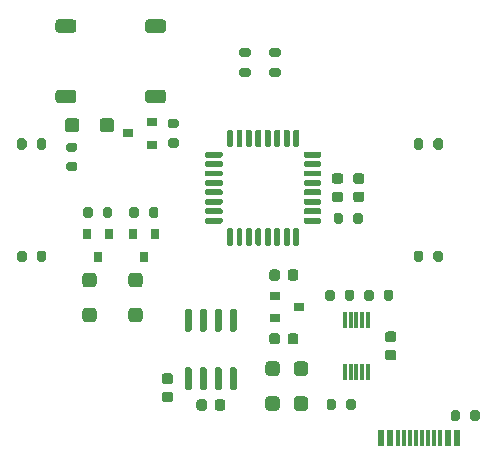
<source format=gbr>
%TF.GenerationSoftware,KiCad,Pcbnew,5.1.10*%
%TF.CreationDate,2021-05-04T11:05:08+02:00*%
%TF.ProjectId,Mainboard,4d61696e-626f-4617-9264-2e6b69636164,rev?*%
%TF.SameCoordinates,Original*%
%TF.FileFunction,Paste,Bot*%
%TF.FilePolarity,Positive*%
%FSLAX46Y46*%
G04 Gerber Fmt 4.6, Leading zero omitted, Abs format (unit mm)*
G04 Created by KiCad (PCBNEW 5.1.10) date 2021-05-04 11:05:08*
%MOMM*%
%LPD*%
G01*
G04 APERTURE LIST*
%ADD10R,0.300000X1.400000*%
%ADD11R,0.900000X0.800000*%
%ADD12R,0.800000X0.900000*%
%ADD13R,0.600000X1.450000*%
%ADD14R,0.300000X1.450000*%
G04 APERTURE END LIST*
%TO.C,U4*%
G36*
G01*
X435000Y-5600000D02*
X135000Y-5600000D01*
G75*
G02*
X-15000Y-5450000I0J150000D01*
G01*
X-15000Y-3800000D01*
G75*
G02*
X135000Y-3650000I150000J0D01*
G01*
X435000Y-3650000D01*
G75*
G02*
X585000Y-3800000I0J-150000D01*
G01*
X585000Y-5450000D01*
G75*
G02*
X435000Y-5600000I-150000J0D01*
G01*
G37*
G36*
G01*
X-835000Y-5600000D02*
X-1135000Y-5600000D01*
G75*
G02*
X-1285000Y-5450000I0J150000D01*
G01*
X-1285000Y-3800000D01*
G75*
G02*
X-1135000Y-3650000I150000J0D01*
G01*
X-835000Y-3650000D01*
G75*
G02*
X-685000Y-3800000I0J-150000D01*
G01*
X-685000Y-5450000D01*
G75*
G02*
X-835000Y-5600000I-150000J0D01*
G01*
G37*
G36*
G01*
X-2105000Y-5600000D02*
X-2405000Y-5600000D01*
G75*
G02*
X-2555000Y-5450000I0J150000D01*
G01*
X-2555000Y-3800000D01*
G75*
G02*
X-2405000Y-3650000I150000J0D01*
G01*
X-2105000Y-3650000D01*
G75*
G02*
X-1955000Y-3800000I0J-150000D01*
G01*
X-1955000Y-5450000D01*
G75*
G02*
X-2105000Y-5600000I-150000J0D01*
G01*
G37*
G36*
G01*
X-3375000Y-5600000D02*
X-3675000Y-5600000D01*
G75*
G02*
X-3825000Y-5450000I0J150000D01*
G01*
X-3825000Y-3800000D01*
G75*
G02*
X-3675000Y-3650000I150000J0D01*
G01*
X-3375000Y-3650000D01*
G75*
G02*
X-3225000Y-3800000I0J-150000D01*
G01*
X-3225000Y-5450000D01*
G75*
G02*
X-3375000Y-5600000I-150000J0D01*
G01*
G37*
G36*
G01*
X-3375000Y-10550000D02*
X-3675000Y-10550000D01*
G75*
G02*
X-3825000Y-10400000I0J150000D01*
G01*
X-3825000Y-8750000D01*
G75*
G02*
X-3675000Y-8600000I150000J0D01*
G01*
X-3375000Y-8600000D01*
G75*
G02*
X-3225000Y-8750000I0J-150000D01*
G01*
X-3225000Y-10400000D01*
G75*
G02*
X-3375000Y-10550000I-150000J0D01*
G01*
G37*
G36*
G01*
X-2105000Y-10550000D02*
X-2405000Y-10550000D01*
G75*
G02*
X-2555000Y-10400000I0J150000D01*
G01*
X-2555000Y-8750000D01*
G75*
G02*
X-2405000Y-8600000I150000J0D01*
G01*
X-2105000Y-8600000D01*
G75*
G02*
X-1955000Y-8750000I0J-150000D01*
G01*
X-1955000Y-10400000D01*
G75*
G02*
X-2105000Y-10550000I-150000J0D01*
G01*
G37*
G36*
G01*
X-835000Y-10550000D02*
X-1135000Y-10550000D01*
G75*
G02*
X-1285000Y-10400000I0J150000D01*
G01*
X-1285000Y-8750000D01*
G75*
G02*
X-1135000Y-8600000I150000J0D01*
G01*
X-835000Y-8600000D01*
G75*
G02*
X-685000Y-8750000I0J-150000D01*
G01*
X-685000Y-10400000D01*
G75*
G02*
X-835000Y-10550000I-150000J0D01*
G01*
G37*
G36*
G01*
X435000Y-10550000D02*
X135000Y-10550000D01*
G75*
G02*
X-15000Y-10400000I0J150000D01*
G01*
X-15000Y-8750000D01*
G75*
G02*
X135000Y-8600000I150000J0D01*
G01*
X435000Y-8600000D01*
G75*
G02*
X585000Y-8750000I0J-150000D01*
G01*
X585000Y-10400000D01*
G75*
G02*
X435000Y-10550000I-150000J0D01*
G01*
G37*
%TD*%
%TO.C,U3*%
G36*
G01*
X5850000Y11400000D02*
X5850000Y10150000D01*
G75*
G02*
X5725000Y10025000I-125000J0D01*
G01*
X5475000Y10025000D01*
G75*
G02*
X5350000Y10150000I0J125000D01*
G01*
X5350000Y11400000D01*
G75*
G02*
X5475000Y11525000I125000J0D01*
G01*
X5725000Y11525000D01*
G75*
G02*
X5850000Y11400000I0J-125000D01*
G01*
G37*
G36*
G01*
X5050000Y11400000D02*
X5050000Y10150000D01*
G75*
G02*
X4925000Y10025000I-125000J0D01*
G01*
X4675000Y10025000D01*
G75*
G02*
X4550000Y10150000I0J125000D01*
G01*
X4550000Y11400000D01*
G75*
G02*
X4675000Y11525000I125000J0D01*
G01*
X4925000Y11525000D01*
G75*
G02*
X5050000Y11400000I0J-125000D01*
G01*
G37*
G36*
G01*
X4250000Y11400000D02*
X4250000Y10150000D01*
G75*
G02*
X4125000Y10025000I-125000J0D01*
G01*
X3875000Y10025000D01*
G75*
G02*
X3750000Y10150000I0J125000D01*
G01*
X3750000Y11400000D01*
G75*
G02*
X3875000Y11525000I125000J0D01*
G01*
X4125000Y11525000D01*
G75*
G02*
X4250000Y11400000I0J-125000D01*
G01*
G37*
G36*
G01*
X3450000Y11400000D02*
X3450000Y10150000D01*
G75*
G02*
X3325000Y10025000I-125000J0D01*
G01*
X3075000Y10025000D01*
G75*
G02*
X2950000Y10150000I0J125000D01*
G01*
X2950000Y11400000D01*
G75*
G02*
X3075000Y11525000I125000J0D01*
G01*
X3325000Y11525000D01*
G75*
G02*
X3450000Y11400000I0J-125000D01*
G01*
G37*
G36*
G01*
X2650000Y11400000D02*
X2650000Y10150000D01*
G75*
G02*
X2525000Y10025000I-125000J0D01*
G01*
X2275000Y10025000D01*
G75*
G02*
X2150000Y10150000I0J125000D01*
G01*
X2150000Y11400000D01*
G75*
G02*
X2275000Y11525000I125000J0D01*
G01*
X2525000Y11525000D01*
G75*
G02*
X2650000Y11400000I0J-125000D01*
G01*
G37*
G36*
G01*
X1850000Y11400000D02*
X1850000Y10150000D01*
G75*
G02*
X1725000Y10025000I-125000J0D01*
G01*
X1475000Y10025000D01*
G75*
G02*
X1350000Y10150000I0J125000D01*
G01*
X1350000Y11400000D01*
G75*
G02*
X1475000Y11525000I125000J0D01*
G01*
X1725000Y11525000D01*
G75*
G02*
X1850000Y11400000I0J-125000D01*
G01*
G37*
G36*
G01*
X1050000Y11400000D02*
X1050000Y10150000D01*
G75*
G02*
X925000Y10025000I-125000J0D01*
G01*
X675000Y10025000D01*
G75*
G02*
X550000Y10150000I0J125000D01*
G01*
X550000Y11400000D01*
G75*
G02*
X675000Y11525000I125000J0D01*
G01*
X925000Y11525000D01*
G75*
G02*
X1050000Y11400000I0J-125000D01*
G01*
G37*
G36*
G01*
X250000Y11400000D02*
X250000Y10150000D01*
G75*
G02*
X125000Y10025000I-125000J0D01*
G01*
X-125000Y10025000D01*
G75*
G02*
X-250000Y10150000I0J125000D01*
G01*
X-250000Y11400000D01*
G75*
G02*
X-125000Y11525000I125000J0D01*
G01*
X125000Y11525000D01*
G75*
G02*
X250000Y11400000I0J-125000D01*
G01*
G37*
G36*
G01*
X-625000Y9525000D02*
X-625000Y9275000D01*
G75*
G02*
X-750000Y9150000I-125000J0D01*
G01*
X-2000000Y9150000D01*
G75*
G02*
X-2125000Y9275000I0J125000D01*
G01*
X-2125000Y9525000D01*
G75*
G02*
X-2000000Y9650000I125000J0D01*
G01*
X-750000Y9650000D01*
G75*
G02*
X-625000Y9525000I0J-125000D01*
G01*
G37*
G36*
G01*
X-625000Y8725000D02*
X-625000Y8475000D01*
G75*
G02*
X-750000Y8350000I-125000J0D01*
G01*
X-2000000Y8350000D01*
G75*
G02*
X-2125000Y8475000I0J125000D01*
G01*
X-2125000Y8725000D01*
G75*
G02*
X-2000000Y8850000I125000J0D01*
G01*
X-750000Y8850000D01*
G75*
G02*
X-625000Y8725000I0J-125000D01*
G01*
G37*
G36*
G01*
X-625000Y7925000D02*
X-625000Y7675000D01*
G75*
G02*
X-750000Y7550000I-125000J0D01*
G01*
X-2000000Y7550000D01*
G75*
G02*
X-2125000Y7675000I0J125000D01*
G01*
X-2125000Y7925000D01*
G75*
G02*
X-2000000Y8050000I125000J0D01*
G01*
X-750000Y8050000D01*
G75*
G02*
X-625000Y7925000I0J-125000D01*
G01*
G37*
G36*
G01*
X-625000Y7125000D02*
X-625000Y6875000D01*
G75*
G02*
X-750000Y6750000I-125000J0D01*
G01*
X-2000000Y6750000D01*
G75*
G02*
X-2125000Y6875000I0J125000D01*
G01*
X-2125000Y7125000D01*
G75*
G02*
X-2000000Y7250000I125000J0D01*
G01*
X-750000Y7250000D01*
G75*
G02*
X-625000Y7125000I0J-125000D01*
G01*
G37*
G36*
G01*
X-625000Y6325000D02*
X-625000Y6075000D01*
G75*
G02*
X-750000Y5950000I-125000J0D01*
G01*
X-2000000Y5950000D01*
G75*
G02*
X-2125000Y6075000I0J125000D01*
G01*
X-2125000Y6325000D01*
G75*
G02*
X-2000000Y6450000I125000J0D01*
G01*
X-750000Y6450000D01*
G75*
G02*
X-625000Y6325000I0J-125000D01*
G01*
G37*
G36*
G01*
X-625000Y5525000D02*
X-625000Y5275000D01*
G75*
G02*
X-750000Y5150000I-125000J0D01*
G01*
X-2000000Y5150000D01*
G75*
G02*
X-2125000Y5275000I0J125000D01*
G01*
X-2125000Y5525000D01*
G75*
G02*
X-2000000Y5650000I125000J0D01*
G01*
X-750000Y5650000D01*
G75*
G02*
X-625000Y5525000I0J-125000D01*
G01*
G37*
G36*
G01*
X-625000Y4725000D02*
X-625000Y4475000D01*
G75*
G02*
X-750000Y4350000I-125000J0D01*
G01*
X-2000000Y4350000D01*
G75*
G02*
X-2125000Y4475000I0J125000D01*
G01*
X-2125000Y4725000D01*
G75*
G02*
X-2000000Y4850000I125000J0D01*
G01*
X-750000Y4850000D01*
G75*
G02*
X-625000Y4725000I0J-125000D01*
G01*
G37*
G36*
G01*
X-625000Y3925000D02*
X-625000Y3675000D01*
G75*
G02*
X-750000Y3550000I-125000J0D01*
G01*
X-2000000Y3550000D01*
G75*
G02*
X-2125000Y3675000I0J125000D01*
G01*
X-2125000Y3925000D01*
G75*
G02*
X-2000000Y4050000I125000J0D01*
G01*
X-750000Y4050000D01*
G75*
G02*
X-625000Y3925000I0J-125000D01*
G01*
G37*
G36*
G01*
X250000Y3050000D02*
X250000Y1800000D01*
G75*
G02*
X125000Y1675000I-125000J0D01*
G01*
X-125000Y1675000D01*
G75*
G02*
X-250000Y1800000I0J125000D01*
G01*
X-250000Y3050000D01*
G75*
G02*
X-125000Y3175000I125000J0D01*
G01*
X125000Y3175000D01*
G75*
G02*
X250000Y3050000I0J-125000D01*
G01*
G37*
G36*
G01*
X1050000Y3050000D02*
X1050000Y1800000D01*
G75*
G02*
X925000Y1675000I-125000J0D01*
G01*
X675000Y1675000D01*
G75*
G02*
X550000Y1800000I0J125000D01*
G01*
X550000Y3050000D01*
G75*
G02*
X675000Y3175000I125000J0D01*
G01*
X925000Y3175000D01*
G75*
G02*
X1050000Y3050000I0J-125000D01*
G01*
G37*
G36*
G01*
X1850000Y3050000D02*
X1850000Y1800000D01*
G75*
G02*
X1725000Y1675000I-125000J0D01*
G01*
X1475000Y1675000D01*
G75*
G02*
X1350000Y1800000I0J125000D01*
G01*
X1350000Y3050000D01*
G75*
G02*
X1475000Y3175000I125000J0D01*
G01*
X1725000Y3175000D01*
G75*
G02*
X1850000Y3050000I0J-125000D01*
G01*
G37*
G36*
G01*
X2650000Y3050000D02*
X2650000Y1800000D01*
G75*
G02*
X2525000Y1675000I-125000J0D01*
G01*
X2275000Y1675000D01*
G75*
G02*
X2150000Y1800000I0J125000D01*
G01*
X2150000Y3050000D01*
G75*
G02*
X2275000Y3175000I125000J0D01*
G01*
X2525000Y3175000D01*
G75*
G02*
X2650000Y3050000I0J-125000D01*
G01*
G37*
G36*
G01*
X3450000Y3050000D02*
X3450000Y1800000D01*
G75*
G02*
X3325000Y1675000I-125000J0D01*
G01*
X3075000Y1675000D01*
G75*
G02*
X2950000Y1800000I0J125000D01*
G01*
X2950000Y3050000D01*
G75*
G02*
X3075000Y3175000I125000J0D01*
G01*
X3325000Y3175000D01*
G75*
G02*
X3450000Y3050000I0J-125000D01*
G01*
G37*
G36*
G01*
X4250000Y3050000D02*
X4250000Y1800000D01*
G75*
G02*
X4125000Y1675000I-125000J0D01*
G01*
X3875000Y1675000D01*
G75*
G02*
X3750000Y1800000I0J125000D01*
G01*
X3750000Y3050000D01*
G75*
G02*
X3875000Y3175000I125000J0D01*
G01*
X4125000Y3175000D01*
G75*
G02*
X4250000Y3050000I0J-125000D01*
G01*
G37*
G36*
G01*
X5050000Y3050000D02*
X5050000Y1800000D01*
G75*
G02*
X4925000Y1675000I-125000J0D01*
G01*
X4675000Y1675000D01*
G75*
G02*
X4550000Y1800000I0J125000D01*
G01*
X4550000Y3050000D01*
G75*
G02*
X4675000Y3175000I125000J0D01*
G01*
X4925000Y3175000D01*
G75*
G02*
X5050000Y3050000I0J-125000D01*
G01*
G37*
G36*
G01*
X5850000Y3050000D02*
X5850000Y1800000D01*
G75*
G02*
X5725000Y1675000I-125000J0D01*
G01*
X5475000Y1675000D01*
G75*
G02*
X5350000Y1800000I0J125000D01*
G01*
X5350000Y3050000D01*
G75*
G02*
X5475000Y3175000I125000J0D01*
G01*
X5725000Y3175000D01*
G75*
G02*
X5850000Y3050000I0J-125000D01*
G01*
G37*
G36*
G01*
X7725000Y3925000D02*
X7725000Y3675000D01*
G75*
G02*
X7600000Y3550000I-125000J0D01*
G01*
X6350000Y3550000D01*
G75*
G02*
X6225000Y3675000I0J125000D01*
G01*
X6225000Y3925000D01*
G75*
G02*
X6350000Y4050000I125000J0D01*
G01*
X7600000Y4050000D01*
G75*
G02*
X7725000Y3925000I0J-125000D01*
G01*
G37*
G36*
G01*
X7725000Y4725000D02*
X7725000Y4475000D01*
G75*
G02*
X7600000Y4350000I-125000J0D01*
G01*
X6350000Y4350000D01*
G75*
G02*
X6225000Y4475000I0J125000D01*
G01*
X6225000Y4725000D01*
G75*
G02*
X6350000Y4850000I125000J0D01*
G01*
X7600000Y4850000D01*
G75*
G02*
X7725000Y4725000I0J-125000D01*
G01*
G37*
G36*
G01*
X7725000Y5525000D02*
X7725000Y5275000D01*
G75*
G02*
X7600000Y5150000I-125000J0D01*
G01*
X6350000Y5150000D01*
G75*
G02*
X6225000Y5275000I0J125000D01*
G01*
X6225000Y5525000D01*
G75*
G02*
X6350000Y5650000I125000J0D01*
G01*
X7600000Y5650000D01*
G75*
G02*
X7725000Y5525000I0J-125000D01*
G01*
G37*
G36*
G01*
X7725000Y6325000D02*
X7725000Y6075000D01*
G75*
G02*
X7600000Y5950000I-125000J0D01*
G01*
X6350000Y5950000D01*
G75*
G02*
X6225000Y6075000I0J125000D01*
G01*
X6225000Y6325000D01*
G75*
G02*
X6350000Y6450000I125000J0D01*
G01*
X7600000Y6450000D01*
G75*
G02*
X7725000Y6325000I0J-125000D01*
G01*
G37*
G36*
G01*
X7725000Y7125000D02*
X7725000Y6875000D01*
G75*
G02*
X7600000Y6750000I-125000J0D01*
G01*
X6350000Y6750000D01*
G75*
G02*
X6225000Y6875000I0J125000D01*
G01*
X6225000Y7125000D01*
G75*
G02*
X6350000Y7250000I125000J0D01*
G01*
X7600000Y7250000D01*
G75*
G02*
X7725000Y7125000I0J-125000D01*
G01*
G37*
G36*
G01*
X7725000Y7925000D02*
X7725000Y7675000D01*
G75*
G02*
X7600000Y7550000I-125000J0D01*
G01*
X6350000Y7550000D01*
G75*
G02*
X6225000Y7675000I0J125000D01*
G01*
X6225000Y7925000D01*
G75*
G02*
X6350000Y8050000I125000J0D01*
G01*
X7600000Y8050000D01*
G75*
G02*
X7725000Y7925000I0J-125000D01*
G01*
G37*
G36*
G01*
X7725000Y8725000D02*
X7725000Y8475000D01*
G75*
G02*
X7600000Y8350000I-125000J0D01*
G01*
X6350000Y8350000D01*
G75*
G02*
X6225000Y8475000I0J125000D01*
G01*
X6225000Y8725000D01*
G75*
G02*
X6350000Y8850000I125000J0D01*
G01*
X7600000Y8850000D01*
G75*
G02*
X7725000Y8725000I0J-125000D01*
G01*
G37*
G36*
G01*
X7725000Y9525000D02*
X7725000Y9275000D01*
G75*
G02*
X7600000Y9150000I-125000J0D01*
G01*
X6350000Y9150000D01*
G75*
G02*
X6225000Y9275000I0J125000D01*
G01*
X6225000Y9525000D01*
G75*
G02*
X6350000Y9650000I125000J0D01*
G01*
X7600000Y9650000D01*
G75*
G02*
X7725000Y9525000I0J-125000D01*
G01*
G37*
%TD*%
D10*
%TO.C,U2*%
X11700000Y-4600000D03*
X11200000Y-4600000D03*
X10700000Y-4600000D03*
X10200000Y-4600000D03*
X9700000Y-4600000D03*
X9700000Y-9000000D03*
X10200000Y-9000000D03*
X10700000Y-9000000D03*
X11200000Y-9000000D03*
X11700000Y-9000000D03*
%TD*%
D11*
%TO.C,U1*%
X5800000Y-3500000D03*
X3800000Y-2550000D03*
X3800000Y-4450000D03*
%TD*%
%TO.C,R15*%
G36*
G01*
X-13125000Y9625000D02*
X-13675000Y9625000D01*
G75*
G02*
X-13875000Y9825000I0J200000D01*
G01*
X-13875000Y10225000D01*
G75*
G02*
X-13675000Y10425000I200000J0D01*
G01*
X-13125000Y10425000D01*
G75*
G02*
X-12925000Y10225000I0J-200000D01*
G01*
X-12925000Y9825000D01*
G75*
G02*
X-13125000Y9625000I-200000J0D01*
G01*
G37*
G36*
G01*
X-13125000Y7975000D02*
X-13675000Y7975000D01*
G75*
G02*
X-13875000Y8175000I0J200000D01*
G01*
X-13875000Y8575000D01*
G75*
G02*
X-13675000Y8775000I200000J0D01*
G01*
X-13125000Y8775000D01*
G75*
G02*
X-12925000Y8575000I0J-200000D01*
G01*
X-12925000Y8175000D01*
G75*
G02*
X-13125000Y7975000I-200000J0D01*
G01*
G37*
%TD*%
%TO.C,R14*%
G36*
G01*
X-5075000Y10775000D02*
X-4525000Y10775000D01*
G75*
G02*
X-4325000Y10575000I0J-200000D01*
G01*
X-4325000Y10175000D01*
G75*
G02*
X-4525000Y9975000I-200000J0D01*
G01*
X-5075000Y9975000D01*
G75*
G02*
X-5275000Y10175000I0J200000D01*
G01*
X-5275000Y10575000D01*
G75*
G02*
X-5075000Y10775000I200000J0D01*
G01*
G37*
G36*
G01*
X-5075000Y12425000D02*
X-4525000Y12425000D01*
G75*
G02*
X-4325000Y12225000I0J-200000D01*
G01*
X-4325000Y11825000D01*
G75*
G02*
X-4525000Y11625000I-200000J0D01*
G01*
X-5075000Y11625000D01*
G75*
G02*
X-5275000Y11825000I0J200000D01*
G01*
X-5275000Y12225000D01*
G75*
G02*
X-5075000Y12425000I200000J0D01*
G01*
G37*
%TD*%
%TO.C,R13*%
G36*
G01*
X-10775000Y4225000D02*
X-10775000Y4775000D01*
G75*
G02*
X-10575000Y4975000I200000J0D01*
G01*
X-10175000Y4975000D01*
G75*
G02*
X-9975000Y4775000I0J-200000D01*
G01*
X-9975000Y4225000D01*
G75*
G02*
X-10175000Y4025000I-200000J0D01*
G01*
X-10575000Y4025000D01*
G75*
G02*
X-10775000Y4225000I0J200000D01*
G01*
G37*
G36*
G01*
X-12425000Y4225000D02*
X-12425000Y4775000D01*
G75*
G02*
X-12225000Y4975000I200000J0D01*
G01*
X-11825000Y4975000D01*
G75*
G02*
X-11625000Y4775000I0J-200000D01*
G01*
X-11625000Y4225000D01*
G75*
G02*
X-11825000Y4025000I-200000J0D01*
G01*
X-12225000Y4025000D01*
G75*
G02*
X-12425000Y4225000I0J200000D01*
G01*
G37*
%TD*%
%TO.C,R12*%
G36*
G01*
X-6875000Y4225000D02*
X-6875000Y4775000D01*
G75*
G02*
X-6675000Y4975000I200000J0D01*
G01*
X-6275000Y4975000D01*
G75*
G02*
X-6075000Y4775000I0J-200000D01*
G01*
X-6075000Y4225000D01*
G75*
G02*
X-6275000Y4025000I-200000J0D01*
G01*
X-6675000Y4025000D01*
G75*
G02*
X-6875000Y4225000I0J200000D01*
G01*
G37*
G36*
G01*
X-8525000Y4225000D02*
X-8525000Y4775000D01*
G75*
G02*
X-8325000Y4975000I200000J0D01*
G01*
X-7925000Y4975000D01*
G75*
G02*
X-7725000Y4775000I0J-200000D01*
G01*
X-7725000Y4225000D01*
G75*
G02*
X-7925000Y4025000I-200000J0D01*
G01*
X-8325000Y4025000D01*
G75*
G02*
X-8525000Y4225000I0J200000D01*
G01*
G37*
%TD*%
%TO.C,R11*%
G36*
G01*
X9725000Y-2775000D02*
X9725000Y-2225000D01*
G75*
G02*
X9925000Y-2025000I200000J0D01*
G01*
X10325000Y-2025000D01*
G75*
G02*
X10525000Y-2225000I0J-200000D01*
G01*
X10525000Y-2775000D01*
G75*
G02*
X10325000Y-2975000I-200000J0D01*
G01*
X9925000Y-2975000D01*
G75*
G02*
X9725000Y-2775000I0J200000D01*
G01*
G37*
G36*
G01*
X8075000Y-2775000D02*
X8075000Y-2225000D01*
G75*
G02*
X8275000Y-2025000I200000J0D01*
G01*
X8675000Y-2025000D01*
G75*
G02*
X8875000Y-2225000I0J-200000D01*
G01*
X8875000Y-2775000D01*
G75*
G02*
X8675000Y-2975000I-200000J0D01*
G01*
X8275000Y-2975000D01*
G75*
G02*
X8075000Y-2775000I0J200000D01*
G01*
G37*
%TD*%
%TO.C,R10*%
G36*
G01*
X12175000Y-2225000D02*
X12175000Y-2775000D01*
G75*
G02*
X11975000Y-2975000I-200000J0D01*
G01*
X11575000Y-2975000D01*
G75*
G02*
X11375000Y-2775000I0J200000D01*
G01*
X11375000Y-2225000D01*
G75*
G02*
X11575000Y-2025000I200000J0D01*
G01*
X11975000Y-2025000D01*
G75*
G02*
X12175000Y-2225000I0J-200000D01*
G01*
G37*
G36*
G01*
X13825000Y-2225000D02*
X13825000Y-2775000D01*
G75*
G02*
X13625000Y-2975000I-200000J0D01*
G01*
X13225000Y-2975000D01*
G75*
G02*
X13025000Y-2775000I0J200000D01*
G01*
X13025000Y-2225000D01*
G75*
G02*
X13225000Y-2025000I200000J0D01*
G01*
X13625000Y-2025000D01*
G75*
G02*
X13825000Y-2225000I0J-200000D01*
G01*
G37*
%TD*%
%TO.C,R9*%
G36*
G01*
X10425000Y3725000D02*
X10425000Y4275000D01*
G75*
G02*
X10625000Y4475000I200000J0D01*
G01*
X11025000Y4475000D01*
G75*
G02*
X11225000Y4275000I0J-200000D01*
G01*
X11225000Y3725000D01*
G75*
G02*
X11025000Y3525000I-200000J0D01*
G01*
X10625000Y3525000D01*
G75*
G02*
X10425000Y3725000I0J200000D01*
G01*
G37*
G36*
G01*
X8775000Y3725000D02*
X8775000Y4275000D01*
G75*
G02*
X8975000Y4475000I200000J0D01*
G01*
X9375000Y4475000D01*
G75*
G02*
X9575000Y4275000I0J-200000D01*
G01*
X9575000Y3725000D01*
G75*
G02*
X9375000Y3525000I-200000J0D01*
G01*
X8975000Y3525000D01*
G75*
G02*
X8775000Y3725000I0J200000D01*
G01*
G37*
%TD*%
%TO.C,R8*%
G36*
G01*
X17225000Y525000D02*
X17225000Y1075000D01*
G75*
G02*
X17425000Y1275000I200000J0D01*
G01*
X17825000Y1275000D01*
G75*
G02*
X18025000Y1075000I0J-200000D01*
G01*
X18025000Y525000D01*
G75*
G02*
X17825000Y325000I-200000J0D01*
G01*
X17425000Y325000D01*
G75*
G02*
X17225000Y525000I0J200000D01*
G01*
G37*
G36*
G01*
X15575000Y525000D02*
X15575000Y1075000D01*
G75*
G02*
X15775000Y1275000I200000J0D01*
G01*
X16175000Y1275000D01*
G75*
G02*
X16375000Y1075000I0J-200000D01*
G01*
X16375000Y525000D01*
G75*
G02*
X16175000Y325000I-200000J0D01*
G01*
X15775000Y325000D01*
G75*
G02*
X15575000Y525000I0J200000D01*
G01*
G37*
%TD*%
%TO.C,R7*%
G36*
G01*
X20325000Y-12975000D02*
X20325000Y-12425000D01*
G75*
G02*
X20525000Y-12225000I200000J0D01*
G01*
X20925000Y-12225000D01*
G75*
G02*
X21125000Y-12425000I0J-200000D01*
G01*
X21125000Y-12975000D01*
G75*
G02*
X20925000Y-13175000I-200000J0D01*
G01*
X20525000Y-13175000D01*
G75*
G02*
X20325000Y-12975000I0J200000D01*
G01*
G37*
G36*
G01*
X18675000Y-12975000D02*
X18675000Y-12425000D01*
G75*
G02*
X18875000Y-12225000I200000J0D01*
G01*
X19275000Y-12225000D01*
G75*
G02*
X19475000Y-12425000I0J-200000D01*
G01*
X19475000Y-12975000D01*
G75*
G02*
X19275000Y-13175000I-200000J0D01*
G01*
X18875000Y-13175000D01*
G75*
G02*
X18675000Y-12975000I0J200000D01*
G01*
G37*
%TD*%
%TO.C,R6*%
G36*
G01*
X3525000Y16775000D02*
X4075000Y16775000D01*
G75*
G02*
X4275000Y16575000I0J-200000D01*
G01*
X4275000Y16175000D01*
G75*
G02*
X4075000Y15975000I-200000J0D01*
G01*
X3525000Y15975000D01*
G75*
G02*
X3325000Y16175000I0J200000D01*
G01*
X3325000Y16575000D01*
G75*
G02*
X3525000Y16775000I200000J0D01*
G01*
G37*
G36*
G01*
X3525000Y18425000D02*
X4075000Y18425000D01*
G75*
G02*
X4275000Y18225000I0J-200000D01*
G01*
X4275000Y17825000D01*
G75*
G02*
X4075000Y17625000I-200000J0D01*
G01*
X3525000Y17625000D01*
G75*
G02*
X3325000Y17825000I0J200000D01*
G01*
X3325000Y18225000D01*
G75*
G02*
X3525000Y18425000I200000J0D01*
G01*
G37*
%TD*%
%TO.C,R5*%
G36*
G01*
X8975000Y-11475000D02*
X8975000Y-12025000D01*
G75*
G02*
X8775000Y-12225000I-200000J0D01*
G01*
X8375000Y-12225000D01*
G75*
G02*
X8175000Y-12025000I0J200000D01*
G01*
X8175000Y-11475000D01*
G75*
G02*
X8375000Y-11275000I200000J0D01*
G01*
X8775000Y-11275000D01*
G75*
G02*
X8975000Y-11475000I0J-200000D01*
G01*
G37*
G36*
G01*
X10625000Y-11475000D02*
X10625000Y-12025000D01*
G75*
G02*
X10425000Y-12225000I-200000J0D01*
G01*
X10025000Y-12225000D01*
G75*
G02*
X9825000Y-12025000I0J200000D01*
G01*
X9825000Y-11475000D01*
G75*
G02*
X10025000Y-11275000I200000J0D01*
G01*
X10425000Y-11275000D01*
G75*
G02*
X10625000Y-11475000I0J-200000D01*
G01*
G37*
%TD*%
%TO.C,R4*%
G36*
G01*
X17225000Y10025000D02*
X17225000Y10575000D01*
G75*
G02*
X17425000Y10775000I200000J0D01*
G01*
X17825000Y10775000D01*
G75*
G02*
X18025000Y10575000I0J-200000D01*
G01*
X18025000Y10025000D01*
G75*
G02*
X17825000Y9825000I-200000J0D01*
G01*
X17425000Y9825000D01*
G75*
G02*
X17225000Y10025000I0J200000D01*
G01*
G37*
G36*
G01*
X15575000Y10025000D02*
X15575000Y10575000D01*
G75*
G02*
X15775000Y10775000I200000J0D01*
G01*
X16175000Y10775000D01*
G75*
G02*
X16375000Y10575000I0J-200000D01*
G01*
X16375000Y10025000D01*
G75*
G02*
X16175000Y9825000I-200000J0D01*
G01*
X15775000Y9825000D01*
G75*
G02*
X15575000Y10025000I0J200000D01*
G01*
G37*
%TD*%
%TO.C,R3*%
G36*
G01*
X985000Y16775000D02*
X1535000Y16775000D01*
G75*
G02*
X1735000Y16575000I0J-200000D01*
G01*
X1735000Y16175000D01*
G75*
G02*
X1535000Y15975000I-200000J0D01*
G01*
X985000Y15975000D01*
G75*
G02*
X785000Y16175000I0J200000D01*
G01*
X785000Y16575000D01*
G75*
G02*
X985000Y16775000I200000J0D01*
G01*
G37*
G36*
G01*
X985000Y18425000D02*
X1535000Y18425000D01*
G75*
G02*
X1735000Y18225000I0J-200000D01*
G01*
X1735000Y17825000D01*
G75*
G02*
X1535000Y17625000I-200000J0D01*
G01*
X985000Y17625000D01*
G75*
G02*
X785000Y17825000I0J200000D01*
G01*
X785000Y18225000D01*
G75*
G02*
X985000Y18425000I200000J0D01*
G01*
G37*
%TD*%
%TO.C,R2*%
G36*
G01*
X-17225000Y1075000D02*
X-17225000Y525000D01*
G75*
G02*
X-17425000Y325000I-200000J0D01*
G01*
X-17825000Y325000D01*
G75*
G02*
X-18025000Y525000I0J200000D01*
G01*
X-18025000Y1075000D01*
G75*
G02*
X-17825000Y1275000I200000J0D01*
G01*
X-17425000Y1275000D01*
G75*
G02*
X-17225000Y1075000I0J-200000D01*
G01*
G37*
G36*
G01*
X-15575000Y1075000D02*
X-15575000Y525000D01*
G75*
G02*
X-15775000Y325000I-200000J0D01*
G01*
X-16175000Y325000D01*
G75*
G02*
X-16375000Y525000I0J200000D01*
G01*
X-16375000Y1075000D01*
G75*
G02*
X-16175000Y1275000I200000J0D01*
G01*
X-15775000Y1275000D01*
G75*
G02*
X-15575000Y1075000I0J-200000D01*
G01*
G37*
%TD*%
%TO.C,R1*%
G36*
G01*
X-17225000Y10575000D02*
X-17225000Y10025000D01*
G75*
G02*
X-17425000Y9825000I-200000J0D01*
G01*
X-17825000Y9825000D01*
G75*
G02*
X-18025000Y10025000I0J200000D01*
G01*
X-18025000Y10575000D01*
G75*
G02*
X-17825000Y10775000I200000J0D01*
G01*
X-17425000Y10775000D01*
G75*
G02*
X-17225000Y10575000I0J-200000D01*
G01*
G37*
G36*
G01*
X-15575000Y10575000D02*
X-15575000Y10025000D01*
G75*
G02*
X-15775000Y9825000I-200000J0D01*
G01*
X-16175000Y9825000D01*
G75*
G02*
X-16375000Y10025000I0J200000D01*
G01*
X-16375000Y10575000D01*
G75*
G02*
X-16175000Y10775000I200000J0D01*
G01*
X-15775000Y10775000D01*
G75*
G02*
X-15575000Y10575000I0J-200000D01*
G01*
G37*
%TD*%
%TO.C,Q3*%
X-8600000Y11200000D03*
X-6600000Y10250000D03*
X-6600000Y12150000D03*
%TD*%
D12*
%TO.C,Q2*%
X-11200000Y700000D03*
X-10250000Y2700000D03*
X-12150000Y2700000D03*
%TD*%
%TO.C,Q1*%
X-7300000Y700000D03*
X-6350000Y2700000D03*
X-8250000Y2700000D03*
%TD*%
D13*
%TO.C,J2*%
X12750000Y-14555000D03*
X13550000Y-14555000D03*
X18450000Y-14555000D03*
X19250000Y-14555000D03*
X19250000Y-14555000D03*
X18450000Y-14555000D03*
X13550000Y-14555000D03*
X12750000Y-14555000D03*
D14*
X17750000Y-14555000D03*
X17250000Y-14555000D03*
X16750000Y-14555000D03*
X15750000Y-14555000D03*
X15250000Y-14555000D03*
X14750000Y-14555000D03*
X14250000Y-14555000D03*
X16250000Y-14555000D03*
%TD*%
%TO.C,D5*%
G36*
G01*
X-14000000Y11595000D02*
X-14000000Y12205000D01*
G75*
G02*
X-13695000Y12510000I305000J0D01*
G01*
X-13055000Y12510000D01*
G75*
G02*
X-12750000Y12205000I0J-305000D01*
G01*
X-12750000Y11595000D01*
G75*
G02*
X-13055000Y11290000I-305000J0D01*
G01*
X-13695000Y11290000D01*
G75*
G02*
X-14000000Y11595000I0J305000D01*
G01*
G37*
G36*
G01*
X-11050000Y11595000D02*
X-11050000Y12205000D01*
G75*
G02*
X-10745000Y12510000I305000J0D01*
G01*
X-10105000Y12510000D01*
G75*
G02*
X-9800000Y12205000I0J-305000D01*
G01*
X-9800000Y11595000D01*
G75*
G02*
X-10105000Y11290000I-305000J0D01*
G01*
X-10745000Y11290000D01*
G75*
G02*
X-11050000Y11595000I0J305000D01*
G01*
G37*
%TD*%
%TO.C,D4*%
G36*
G01*
X-11595000Y-4800000D02*
X-12205000Y-4800000D01*
G75*
G02*
X-12510000Y-4495000I0J305000D01*
G01*
X-12510000Y-3855000D01*
G75*
G02*
X-12205000Y-3550000I305000J0D01*
G01*
X-11595000Y-3550000D01*
G75*
G02*
X-11290000Y-3855000I0J-305000D01*
G01*
X-11290000Y-4495000D01*
G75*
G02*
X-11595000Y-4800000I-305000J0D01*
G01*
G37*
G36*
G01*
X-11595000Y-1850000D02*
X-12205000Y-1850000D01*
G75*
G02*
X-12510000Y-1545000I0J305000D01*
G01*
X-12510000Y-905000D01*
G75*
G02*
X-12205000Y-600000I305000J0D01*
G01*
X-11595000Y-600000D01*
G75*
G02*
X-11290000Y-905000I0J-305000D01*
G01*
X-11290000Y-1545000D01*
G75*
G02*
X-11595000Y-1850000I-305000J0D01*
G01*
G37*
%TD*%
%TO.C,D3*%
G36*
G01*
X-7695000Y-4800000D02*
X-8305000Y-4800000D01*
G75*
G02*
X-8610000Y-4495000I0J305000D01*
G01*
X-8610000Y-3855000D01*
G75*
G02*
X-8305000Y-3550000I305000J0D01*
G01*
X-7695000Y-3550000D01*
G75*
G02*
X-7390000Y-3855000I0J-305000D01*
G01*
X-7390000Y-4495000D01*
G75*
G02*
X-7695000Y-4800000I-305000J0D01*
G01*
G37*
G36*
G01*
X-7695000Y-1850000D02*
X-8305000Y-1850000D01*
G75*
G02*
X-8610000Y-1545000I0J305000D01*
G01*
X-8610000Y-905000D01*
G75*
G02*
X-8305000Y-600000I305000J0D01*
G01*
X-7695000Y-600000D01*
G75*
G02*
X-7390000Y-905000I0J-305000D01*
G01*
X-7390000Y-1545000D01*
G75*
G02*
X-7695000Y-1850000I-305000J0D01*
G01*
G37*
%TD*%
%TO.C,D2*%
G36*
G01*
X3295000Y-8100000D02*
X3905000Y-8100000D01*
G75*
G02*
X4210000Y-8405000I0J-305000D01*
G01*
X4210000Y-9045000D01*
G75*
G02*
X3905000Y-9350000I-305000J0D01*
G01*
X3295000Y-9350000D01*
G75*
G02*
X2990000Y-9045000I0J305000D01*
G01*
X2990000Y-8405000D01*
G75*
G02*
X3295000Y-8100000I305000J0D01*
G01*
G37*
G36*
G01*
X3295000Y-11050000D02*
X3905000Y-11050000D01*
G75*
G02*
X4210000Y-11355000I0J-305000D01*
G01*
X4210000Y-11995000D01*
G75*
G02*
X3905000Y-12300000I-305000J0D01*
G01*
X3295000Y-12300000D01*
G75*
G02*
X2990000Y-11995000I0J305000D01*
G01*
X2990000Y-11355000D01*
G75*
G02*
X3295000Y-11050000I305000J0D01*
G01*
G37*
%TD*%
%TO.C,D1*%
G36*
G01*
X5695000Y-8100000D02*
X6305000Y-8100000D01*
G75*
G02*
X6610000Y-8405000I0J-305000D01*
G01*
X6610000Y-9045000D01*
G75*
G02*
X6305000Y-9350000I-305000J0D01*
G01*
X5695000Y-9350000D01*
G75*
G02*
X5390000Y-9045000I0J305000D01*
G01*
X5390000Y-8405000D01*
G75*
G02*
X5695000Y-8100000I305000J0D01*
G01*
G37*
G36*
G01*
X5695000Y-11050000D02*
X6305000Y-11050000D01*
G75*
G02*
X6610000Y-11355000I0J-305000D01*
G01*
X6610000Y-11995000D01*
G75*
G02*
X6305000Y-12300000I-305000J0D01*
G01*
X5695000Y-12300000D01*
G75*
G02*
X5390000Y-11995000I0J305000D01*
G01*
X5390000Y-11355000D01*
G75*
G02*
X5695000Y-11050000I305000J0D01*
G01*
G37*
%TD*%
%TO.C,C7*%
G36*
G01*
X-5550000Y-10675000D02*
X-5050000Y-10675000D01*
G75*
G02*
X-4825000Y-10900000I0J-225000D01*
G01*
X-4825000Y-11350000D01*
G75*
G02*
X-5050000Y-11575000I-225000J0D01*
G01*
X-5550000Y-11575000D01*
G75*
G02*
X-5775000Y-11350000I0J225000D01*
G01*
X-5775000Y-10900000D01*
G75*
G02*
X-5550000Y-10675000I225000J0D01*
G01*
G37*
G36*
G01*
X-5550000Y-9125000D02*
X-5050000Y-9125000D01*
G75*
G02*
X-4825000Y-9350000I0J-225000D01*
G01*
X-4825000Y-9800000D01*
G75*
G02*
X-5050000Y-10025000I-225000J0D01*
G01*
X-5550000Y-10025000D01*
G75*
G02*
X-5775000Y-9800000I0J225000D01*
G01*
X-5775000Y-9350000D01*
G75*
G02*
X-5550000Y-9125000I225000J0D01*
G01*
G37*
%TD*%
%TO.C,C6*%
G36*
G01*
X13350000Y-7125000D02*
X13850000Y-7125000D01*
G75*
G02*
X14075000Y-7350000I0J-225000D01*
G01*
X14075000Y-7800000D01*
G75*
G02*
X13850000Y-8025000I-225000J0D01*
G01*
X13350000Y-8025000D01*
G75*
G02*
X13125000Y-7800000I0J225000D01*
G01*
X13125000Y-7350000D01*
G75*
G02*
X13350000Y-7125000I225000J0D01*
G01*
G37*
G36*
G01*
X13350000Y-5575000D02*
X13850000Y-5575000D01*
G75*
G02*
X14075000Y-5800000I0J-225000D01*
G01*
X14075000Y-6250000D01*
G75*
G02*
X13850000Y-6475000I-225000J0D01*
G01*
X13350000Y-6475000D01*
G75*
G02*
X13125000Y-6250000I0J225000D01*
G01*
X13125000Y-5800000D01*
G75*
G02*
X13350000Y-5575000I225000J0D01*
G01*
G37*
%TD*%
%TO.C,C5*%
G36*
G01*
X-1295000Y-12050000D02*
X-1295000Y-11550000D01*
G75*
G02*
X-1070000Y-11325000I225000J0D01*
G01*
X-620000Y-11325000D01*
G75*
G02*
X-395000Y-11550000I0J-225000D01*
G01*
X-395000Y-12050000D01*
G75*
G02*
X-620000Y-12275000I-225000J0D01*
G01*
X-1070000Y-12275000D01*
G75*
G02*
X-1295000Y-12050000I0J225000D01*
G01*
G37*
G36*
G01*
X-2845000Y-12050000D02*
X-2845000Y-11550000D01*
G75*
G02*
X-2620000Y-11325000I225000J0D01*
G01*
X-2170000Y-11325000D01*
G75*
G02*
X-1945000Y-11550000I0J-225000D01*
G01*
X-1945000Y-12050000D01*
G75*
G02*
X-2170000Y-12275000I-225000J0D01*
G01*
X-2620000Y-12275000D01*
G75*
G02*
X-2845000Y-12050000I0J225000D01*
G01*
G37*
%TD*%
%TO.C,C4*%
G36*
G01*
X8850000Y6275000D02*
X9350000Y6275000D01*
G75*
G02*
X9575000Y6050000I0J-225000D01*
G01*
X9575000Y5600000D01*
G75*
G02*
X9350000Y5375000I-225000J0D01*
G01*
X8850000Y5375000D01*
G75*
G02*
X8625000Y5600000I0J225000D01*
G01*
X8625000Y6050000D01*
G75*
G02*
X8850000Y6275000I225000J0D01*
G01*
G37*
G36*
G01*
X8850000Y7825000D02*
X9350000Y7825000D01*
G75*
G02*
X9575000Y7600000I0J-225000D01*
G01*
X9575000Y7150000D01*
G75*
G02*
X9350000Y6925000I-225000J0D01*
G01*
X8850000Y6925000D01*
G75*
G02*
X8625000Y7150000I0J225000D01*
G01*
X8625000Y7600000D01*
G75*
G02*
X8850000Y7825000I225000J0D01*
G01*
G37*
%TD*%
%TO.C,C3*%
G36*
G01*
X10650000Y6275000D02*
X11150000Y6275000D01*
G75*
G02*
X11375000Y6050000I0J-225000D01*
G01*
X11375000Y5600000D01*
G75*
G02*
X11150000Y5375000I-225000J0D01*
G01*
X10650000Y5375000D01*
G75*
G02*
X10425000Y5600000I0J225000D01*
G01*
X10425000Y6050000D01*
G75*
G02*
X10650000Y6275000I225000J0D01*
G01*
G37*
G36*
G01*
X10650000Y7825000D02*
X11150000Y7825000D01*
G75*
G02*
X11375000Y7600000I0J-225000D01*
G01*
X11375000Y7150000D01*
G75*
G02*
X11150000Y6925000I-225000J0D01*
G01*
X10650000Y6925000D01*
G75*
G02*
X10425000Y7150000I0J225000D01*
G01*
X10425000Y7600000D01*
G75*
G02*
X10650000Y7825000I225000J0D01*
G01*
G37*
%TD*%
%TO.C,C2*%
G36*
G01*
X4875000Y-1050000D02*
X4875000Y-550000D01*
G75*
G02*
X5100000Y-325000I225000J0D01*
G01*
X5550000Y-325000D01*
G75*
G02*
X5775000Y-550000I0J-225000D01*
G01*
X5775000Y-1050000D01*
G75*
G02*
X5550000Y-1275000I-225000J0D01*
G01*
X5100000Y-1275000D01*
G75*
G02*
X4875000Y-1050000I0J225000D01*
G01*
G37*
G36*
G01*
X3325000Y-1050000D02*
X3325000Y-550000D01*
G75*
G02*
X3550000Y-325000I225000J0D01*
G01*
X4000000Y-325000D01*
G75*
G02*
X4225000Y-550000I0J-225000D01*
G01*
X4225000Y-1050000D01*
G75*
G02*
X4000000Y-1275000I-225000J0D01*
G01*
X3550000Y-1275000D01*
G75*
G02*
X3325000Y-1050000I0J225000D01*
G01*
G37*
%TD*%
%TO.C,C1*%
G36*
G01*
X4875000Y-6450000D02*
X4875000Y-5950000D01*
G75*
G02*
X5100000Y-5725000I225000J0D01*
G01*
X5550000Y-5725000D01*
G75*
G02*
X5775000Y-5950000I0J-225000D01*
G01*
X5775000Y-6450000D01*
G75*
G02*
X5550000Y-6675000I-225000J0D01*
G01*
X5100000Y-6675000D01*
G75*
G02*
X4875000Y-6450000I0J225000D01*
G01*
G37*
G36*
G01*
X3325000Y-6450000D02*
X3325000Y-5950000D01*
G75*
G02*
X3550000Y-5725000I225000J0D01*
G01*
X4000000Y-5725000D01*
G75*
G02*
X4225000Y-5950000I0J-225000D01*
G01*
X4225000Y-6450000D01*
G75*
G02*
X4000000Y-6675000I-225000J0D01*
G01*
X3550000Y-6675000D01*
G75*
G02*
X3325000Y-6450000I0J225000D01*
G01*
G37*
%TD*%
%TO.C,BZ1*%
G36*
G01*
X-7195000Y14032500D02*
X-7195000Y14607500D01*
G75*
G02*
X-6907500Y14895000I287500J0D01*
G01*
X-5702500Y14895000D01*
G75*
G02*
X-5415000Y14607500I0J-287500D01*
G01*
X-5415000Y14032500D01*
G75*
G02*
X-5702500Y13745000I-287500J0D01*
G01*
X-6907500Y13745000D01*
G75*
G02*
X-7195000Y14032500I0J287500D01*
G01*
G37*
G36*
G01*
X-7195000Y19992500D02*
X-7195000Y20567500D01*
G75*
G02*
X-6907500Y20855000I287500J0D01*
G01*
X-5702500Y20855000D01*
G75*
G02*
X-5415000Y20567500I0J-287500D01*
G01*
X-5415000Y19992500D01*
G75*
G02*
X-5702500Y19705000I-287500J0D01*
G01*
X-6907500Y19705000D01*
G75*
G02*
X-7195000Y19992500I0J287500D01*
G01*
G37*
G36*
G01*
X-14785000Y19992500D02*
X-14785000Y20567500D01*
G75*
G02*
X-14497500Y20855000I287500J0D01*
G01*
X-13292500Y20855000D01*
G75*
G02*
X-13005000Y20567500I0J-287500D01*
G01*
X-13005000Y19992500D01*
G75*
G02*
X-13292500Y19705000I-287500J0D01*
G01*
X-14497500Y19705000D01*
G75*
G02*
X-14785000Y19992500I0J287500D01*
G01*
G37*
G36*
G01*
X-14785000Y14032500D02*
X-14785000Y14607500D01*
G75*
G02*
X-14497500Y14895000I287500J0D01*
G01*
X-13292500Y14895000D01*
G75*
G02*
X-13005000Y14607500I0J-287500D01*
G01*
X-13005000Y14032500D01*
G75*
G02*
X-13292500Y13745000I-287500J0D01*
G01*
X-14497500Y13745000D01*
G75*
G02*
X-14785000Y14032500I0J287500D01*
G01*
G37*
%TD*%
M02*

</source>
